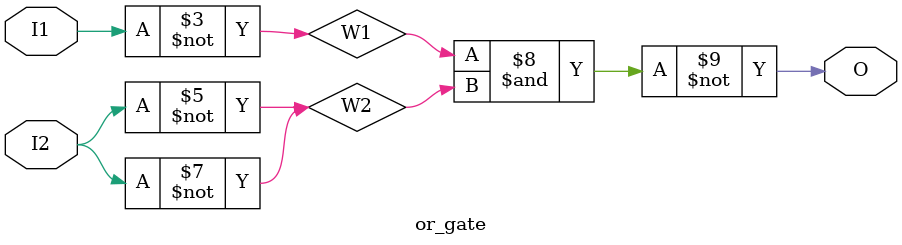
<source format=v>
module full_adder_tb;
wire c,s;
reg a,b,cin;
reg[2:0] count;
integer i;
full_adder FA1(s,c,a,b,cin);
initial
	begin
		$monitor("a=%b,b=%b,cin=%b,s=%b,c=%b",a,b,cin,s,c);
		for(i = 0; i < 8; i = i+1)
			begin
			count = i;
			#50 a = count[2];b = count[1];cin = count[0];
			end
	end
endmodule

module full_adder(s,c,a,b,cin);
output s,c;
input a,b,cin;
wire s1,c1,c2;
half_adder HA1(s1,c1,a,b);
half_adder HA2(s,c2,s1,cin);
or_gate or1(c1,c2,c);

endmodule
module half_adder(s,c,a,b);
output s,c;
input a,b;
xor_gate xor1(a,b,s);
and_gate and1(a,b,c);

endmodule
module xor_gate(I1,I2,O);
	input I1,I2;
	output O;
        wire W1,W2;
	or_gate or1(
          .I1 (I1),
	  .I2 (I2),
	  .O (W1)
	  );
        nand(W2,I1,I2);
        and_gate and1(
          .I1 (W1),
	  .I2 (W2),
	  .O (O)
	  );
        
endmodule
module and_gate(I1,I2,O);
	input I1,I2;
	output O;
        wire W;
	nand(W,I1,I2);
        nand(O,W,W);
endmodule

module or_gate(I1,I2,O);
	input I1,I2;
	output O;
        wire W1,W2;
	nand(W1,I1,I1);
        nand(W2,I2,I2);
        nand(W2,I2,I2);
	nand(O,W1,W2);
endmodule
</source>
